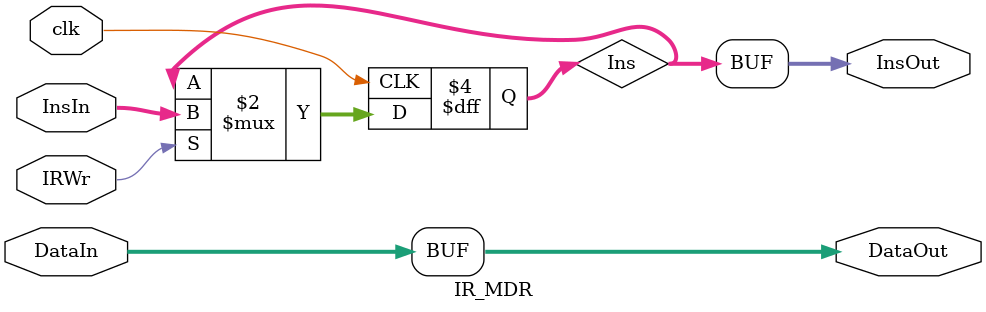
<source format=v>
module IR_MDR(
    input clk,
    input IRWr,
    input [31:0] InsIn,
    input [31:0] DataIn,
    output [31:0] InsOut,
    output [31:0] DataOut);

    reg [31:0] Ins, Data;

    assign InsOut = Ins;
    assign DataOut = DataIn;

    always @(posedge clk) begin
        if (IRWr)
            Ins <= InsIn;
    end

endmodule
</source>
